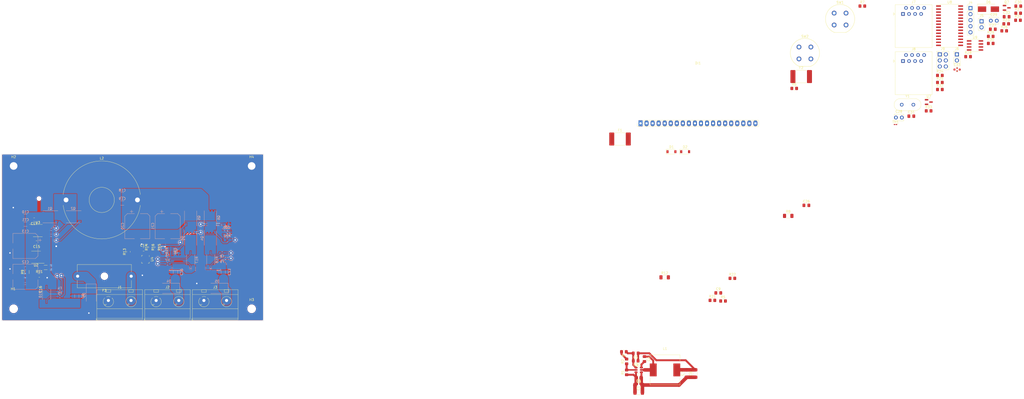
<source format=kicad_pcb>
(kicad_pcb (version 20211014) (generator pcbnew)
  (layers (0 "F.Cu" signal) (31 "B.Cu" signal) (34 "B.Paste" user) (35 "F.Paste" user) (36 "B.SilkS" user "B.Silkscreen") (37 "F.SilkS" user "F.Silkscreen") (38 "B.Mask" user) (39 "F.Mask" user) (44 "Edge.Cuts" user))
  (net 0 "")
  (net 1 "Net-(C1-Pad1)")
  (net 2 "GND")
  (net 3 "Net-(C4-Pad1)")
  (net 4 "Net-(C4-Pad2)")
  (net 5 "+5V")
  (net 6 "Net-(C5-Pad2)")
  (net 7 "/DC-DC/SOLAR+")
  (net 8 "Net-(C8-Pad3)")
  (net 9 "/DC-DC/SOLAR_PWR")
  (net 10 "/DC-DC/+7V")
  (net 11 "Net-(C17-Pad1)")
  (net 12 "Net-(C17-Pad2)")
  (net 13 "Net-(C18-Pad1)")
  (net 14 "Net-(C22-Pad1)")
  (net 15 "/DC-DC/BATT2+")
  (net 16 "Net-(C23-Pad1)")
  (net 17 "/DC-DC/BATT1+")
  (net 18 "/DC-DC/PWM_V")
  (net 19 "/logic_canbus/MCLR")
  (net 20 "/logic_canbus/CANGND")
  (net 21 "/logic_canbus/+12CAN")
  (net 22 "Net-(D1-Pad2)")
  (net 23 "Net-(D2-Pad2)")
  (net 25 "/DC-DC/SCL")
  (net 26 "/DC-DC/SDA")
  (net 28 "/logic_canbus/~{RST_DISP}")
  (net 32 "/logic_canbus/CAN_PWR")
  (net 33 "Net-(F3-Pad1)")
  (net 34 "Net-(F4-Pad1)")
  (net 35 "Net-(F4-Pad2)")
  (net 36 "Net-(F5-Pad1)")
  (net 37 "Net-(F5-Pad2)")
  (net 38 "Net-(F6-Pad1)")
  (net 39 "Net-(F6-Pad2)")
  (net 40 "Net-(F7-Pad1)")
  (net 41 "Net-(F7-Pad2)")
  (net 42 "Net-(F8-Pad1)")
  (net 43 "Net-(F8-Pad2)")
  (net 44 "Net-(F9-Pad1)")
  (net 45 "Net-(F9-Pad2)")
  (net 46 "/logic_canbus/PGD")
  (net 47 "/logic_canbus/PGC")
  (net 48 "/logic_canbus/CANH")
  (net 49 "/logic_canbus/CANL")
  (net 50 "Net-(J7-Pad7)")
  (net 51 "Net-(J7-Pad8)")
  (net 52 "Net-(J9-Pad5)")
  (net 53 "Net-(J9-Pad6)")
  (net 54 "Net-(Q1-Pad4)")
  (net 55 "Net-(Q2-Pad4)")
  (net 56 "Net-(Q3-Pad4)")
  (net 57 "Net-(Q3-Pad5)")
  (net 58 "Net-(Q4-Pad4)")
  (net 59 "Net-(Q4-Pad5)")
  (net 60 "/DC-DC/BATT2_ON")
  (net 61 "/DC-DC/BATT1_ON")
  (net 62 "/logic_canbus/!CANOK")
  (net 63 "Net-(R1-Pad2)")
  (net 64 "/logic_canbus/BTN_IN")
  (net 65 "Net-(R6-Pad2)")
  (net 66 "Net-(R7-Pad2)")
  (net 67 "/DC-DC/PWM_OK")
  (net 68 "Net-(R11-Pad1)")
  (net 69 "/DC-DC/PWM_OFF")
  (net 70 "Net-(R13-Pad1)")
  (net 71 "/DC-DC/AL1")
  (net 72 "/DC-DC/~{PAC_DOWN}")
  (net 73 "/DC-DC/AL2")
  (net 74 "/DC-DC/PWM")
  (net 81 "/logic_canbus/CANTX")
  (net 82 "/logic_canbus/CANRX")
  (net 83 "Net-(C24-Pad1)")
  (net 84 "Net-(C25-Pad1)")
  (net 85 "Net-(C27-Pad2)")
  (net 86 "Net-(C28-Pad1)")
  (net 87 "Net-(C29-Pad1)")
  (net 88 "Net-(C33-Pad1)")
  (net 89 "Net-(R19-Pad2)")
  (net 90 "Net-(R20-Pad2)")
  (net 91 "Net-(R23-Pad2)")
  (net 92 "Net-(R27-Pad2)")
  (net 93 "Net-(R28-Pad2)")
  (footprint "Capacitor_SMD:C_0805_2012Metric_Pad1.18x1.45mm_HandSolder" (layer "F.Cu") (at 317.627 173.863 180)
    (fp_text reference "C3")
    (fp_text value "100nF50V")
  )
  (footprint "Resistor_SMD:R_1206_3216Metric_Pad1.30x1.75mm_HandSolder" (layer "F.Cu") (at 60.579 129.54 90)
    (fp_text reference "R9")
    (fp_text value "56k")
  )
  (footprint "MountingHole:MountingHole_3.2mm_M3_DIN965" (layer "F.Cu") (at 155 145)
    (fp_text reference "H3")
    (fp_text value "MountingHole")
  )
  (footprint "Capacitor_SMD:C_1206_3216Metric_Pad1.33x1.80mm_HandSolder" (layer "F.Cu") (at 68.453 127.635 180)
    (fp_text reference "C16")
    (fp_text value "22µ")
  )
  (footprint "Resistor_SMD:R_0805_2012Metric_Pad1.20x1.40mm_HandSolder" (layer "F.Cu") (at 444.16 52.87)
    (fp_text reference "R32")
    (fp_text value "100K")
  )
  (footprint "Resistor_SMD:R_0805_2012Metric_Pad1.20x1.40mm_HandSolder" (layer "F.Cu") (at 356.98 132.21)
    (fp_text reference "R22")
    (fp_text value "22k")
  )
  (footprint "Resistor_SMD:R_0805_2012Metric_Pad1.20x1.40mm_HandSolder" (layer "F.Cu") (at 471.18 28.23)
    (fp_text reference "R26")
    (fp_text value "10K")
  )
  (footprint "Package_SO:SOIC-8_3.9x4.9mm_P1.27mm" (layer "F.Cu") (at 65.151 112.141)
    (fp_text reference "U3")
    (fp_text value "NCP5901B")
  )
  (footprint "Capacitor_SMD:C_0805_2012Metric_Pad1.18x1.45mm_HandSolder" (layer "F.Cu") (at 316.357 163.703 180)
    (fp_text reference "C5")
    (fp_text value "100p")
  )
  (footprint "Connector_PinHeader_2.54mm:PinHeader_1x02_P2.54mm_Vertical" (layer "F.Cu") (at 461.67 24.22)
    (fp_text reference "J5")
    (fp_text value "CANPWR")
  )
  (footprint "Package_SO:SOIC-28W_7.5x17.9mm_P1.27mm" (layer "F.Cu") (at 448.24 26.07)
    (fp_text reference "U8")
    (fp_text value "PIC18F27Q84")
  )
  (footprint "Fuse:Fuse_2920_7451Metric_Pad2.10x5.45mm_HandSolder" (layer "F.Cu") (at 385.89 47.44)
    (fp_text reference "F2")
    (fp_text value "MC011014")
  )
  (footprint "Capacitor_SMD:C_0805_2012Metric_Pad1.18x1.45mm_HandSolder" (layer "F.Cu") (at 64.643 117.221 180)
    (fp_text reference "C15")
    (fp_text value "100nF")
  )
  (footprint "Resistor_SMD:R_0805_2012Metric_Pad1.20x1.40mm_HandSolder" (layer "F.Cu") (at 353.06 141.732)
    (fp_text reference "R5")
    (fp_text value "47k")
  )
  (footprint "TerminalBlock_MetzConnect:TerminalBlock_MetzConnect_Type703_RT10N02HGLU_1x02_P9.52mm_Horizontal" (layer "F.Cu") (at 114.874 141.506)
    (fp_text reference "J2")
    (fp_text value "BATT2")
  )
  (footprint "Diode_SMD:D_SMB_Handsoldering" (layer "F.Cu") (at 464.57 19.12)
    (fp_text reference "D6")
    (fp_text value "SMBJ16A")
  )
  (footprint "Capacitor_SMD:C_1206_3216Metric_Pad1.33x1.80mm_HandSolder" (layer "F.Cu") (at 341.376 172.212 90)
    (fp_text reference "C6")
    (fp_text value "22µ")
  )
  (footprint "Fuse:Fuseholder_Cylinder-5x20mm_Schurter_0031_8201_Horizontal_Open" (layer "F.Cu") (at 104.394 131.318 180)
    (fp_text reference "F3")
    (fp_text value "10A")
  )
  (footprint "Capacitor_THT:C_Disc_D3.8mm_W2.6mm_P2.50mm" (layer "F.Cu") (at 465.57 23.97)
    (fp_text reference "C29")
    (fp_text value "22pF")
  )
  (footprint "Resistor_SMD:R_0805_2012Metric_Pad1.20x1.40mm_HandSolder" (layer "F.Cu") (at 311.404 163.068 180)
    (fp_text reference "R4")
    (fp_text value "30k")
  )
  (footprint "LCDdisplays.mod:MCOB128064JX" (layer "F.Cu") (at 342.525 39.005)
    (fp_text reference "DI1")
    (fp_text value "MCOB128064JX")
  )
  (footprint "Diode_SMD:D_SOD-123" (layer "F.Cu") (at 331.38 79)
    (fp_text reference "D1")
    (fp_text value "PMEG4005")
  )
  (footprint "Capacitor_SMD:C_0805_2012Metric_Pad1.18x1.45mm_HandSolder" (layer "F.Cu") (at 477.09 17.85)
    (fp_text reference "C30")
    (fp_text value "100nF")
  )
  (footprint "Package_TO_SOT_SMD:SOT-23" (layer "F.Cu") (at 472.24 18.57)
    (fp_text reference "Q7")
    (fp_text value "BSS123")
  )
  (footprint "Resistor_SMD:R_0805_2012Metric_Pad1.20x1.40mm_HandSolder" (layer "F.Cu") (at 117.856 119.126 90)
    (fp_text reference "R15")
    (fp_text value "10K")
  )
  (footprint "Capacitor_SMD:C_0805_2012Metric_Pad1.18x1.45mm_HandSolder" (layer "F.Cu") (at 351.06 138.34)
    (fp_text reference "C9")
    (fp_text value "100nF50V")
  )
  (footprint "Capacitor_SMD:C_0805_2012Metric_Pad1.18x1.45mm_HandSolder" (layer "F.Cu") (at 472.2 22.3)
    (fp_text reference "C32")
    (fp_text value "100nF")
  )
  (footprint "Diode_SMD:D_SOD-123" (layer "F.Cu") (at 337.13 79)
    (fp_text reference "D2")
    (fp_text value "PMEG4005")
  )
  (footprint "Resistor_SMD:R_0805_2012Metric_Pad1.20x1.40mm_HandSolder" (layer "F.Cu") (at 312.547 167.132 90)
    (fp_text reference "R2")
    (fp_text value "30k")
  )
  (footprint "TerminalBlock_MetzConnect:TerminalBlock_MetzConnect_Type703_RT10N02HGLU_1x02_P9.52mm_Horizontal" (layer "F.Cu") (at 134.94 141.506)
    (fp_text reference "J3")
    (fp_text value "BATT1")
  )
  (footprint "Crystal:Crystal_HC18-U_Vertical" (layer "F.Cu") (at 428.13 59.25)
    (fp_text reference "Y1")
    (fp_text value "10Mhz")
  )
  (footprint "Resistor_SMD:R_0805_2012Metric_Pad1.20x1.40mm_HandSolder" (layer "F.Cu") (at 312.547 171.72 90)
    (fp_text reference "R1")
    (fp_text value "270k")
  )
  (footprint "Capacitor_THT:C_Disc_D3.8mm_W2.6mm_P2.50mm" (layer "F.Cu") (at 425.68 64.65)
    (fp_text reference "C28")
    (fp_text value "22pF")
  )
  (footprint "Resistor_SMD:R_0805_2012Metric_Pad1.20x1.40mm_HandSolder" (layer "F.Cu") (at 382.96 52.42)
    (fp_text reference "R6")
    (fp_text value "47k")
  )
  (footprint "Resistor_SMD:R_0805_2012Metric_Pad1.20x1.40mm_HandSolder" (layer "F.Cu") (at 472.02 25.28)
    (fp_text reference "R23")
    (fp_text value "10K")
  )
  (footprint "local:VQFN-16-1EP_3x3mm_P0.5mm_EP1.1x1.1mm" (layer "F.Cu") (at 110.363 124.206 -90)
    (fp_text reference "U4")
    (fp_text value "PAC1953-1")
  )
  (footprint "Resistor_SMD:R_0805_2012Metric_Pad1.20x1.40mm_HandSolder" (layer "F.Cu") (at 465.52 33.52)
    (fp_text reference "R30")
    (fp_text value "4K7")
  )
  (footprint "Capacitor_SMD:C_0805_2012Metric_Pad1.18x1.45mm_HandSolder" (layer "F.Cu") (at 320.04 166.116 -90)
    (fp_text reference "C4")
    (fp_text value "100nF50V")
  )
  (footprint "Resistor_SMD:R_0805_2012Metric_Pad1.20x1.40mm_HandSolder" (layer "F.Cu") (at 316.357 166.878 180)
    (fp_text reference "R3")
    (fp_text value "157k")
  )
  (footprint "Capacitor_SMD:C_0805_2012Metric_Pad1.18x1.45mm_HandSolder" (layer "F.Cu") (at 466.4 27.55)
    (fp_text reference "C27")
    (fp_text value "100nF")
  )
  (footprint "Resistor_SMD:R_0805_2012Metric_Pad1.20x1.40mm_HandSolder" (layer "F.Cu") (at 65.786 131.064)
    (fp_text reference "R11")
    (fp_text value "270k")
  )
  (footprint "Inductor_THT:L_Toroid_Horizontal_D32.5mm_P30.00mm_Bourns_2300" (layer "F.Cu") (at 77.028 99.27)
    (fp_text reference "L2")
    (fp_text value "22µH")
  )
  (footprint "local:C_filter_0805" (layer "F.Cu") (at 451.39 44.5)
    (fp_text reference "C33")
    (fp_text value "100nF")
  )
  (footprint "Connector_RJ:RJ45_Amphenol_54602-x08_Horizontal" (layer "F.Cu") (at 428.665 40.93)
    (fp_text reference "J8")
    (fp_text value "RJ45")
  )
  (footprint "Package_TO_SOT_SMD:SOT-23" (layer "F.Cu") (at 439.5 58.15)
    (fp_text reference "U7")
    (fp_text value "2.048V")
  )
  (footprint "Capacitor_SMD:C_0805_2012Metric_Pad1.18x1.45mm_HandSolder" (layer "F.Cu") (at 109.601 120.015)
    (fp_text reference "C14")
    (fp_text value "100nF")
  )
  (footprint "Resistor_SMD:R_0805_2012Metric_Pad1.20x1.40mm_HandSolder" (layer "F.Cu") (at 411.58 17.82)
    (fp_text reference "R7")
    (fp_text value " 22k")
  )
  (footprint "Fuse:Fuse_2920_7451Metric_Pad2.10x5.45mm_HandSolder" (layer "F.Cu") (at 309.77 73.68)
    (fp_text reference "F1")
    (fp_text value "MC011014")
  )
  (footprint "Button_Switch_THT:Push_E-Switch_KS01Q01" (layer "F.Cu") (at 384.962515 35.022515)
    (fp_text reference "SW2")
    (fp_text value "select")
  )
  (footprint "Capacitor_SMD:C_0805_2012Metric_Pad1.18x1.45mm_HandSolder" (layer "F.Cu") (at 63.627 107.569 180)
    (fp_text reference "C17")
    (fp_text value "100nF")
  )
  (footprint "Resistor_SMD:R_0805_2012Metric_Pad1.20x1.40mm_HandSolder" (layer "F.Cu") (at 115.189 119.126 90)
    (fp_text reference "R16")
    (fp_text value "10K")
  )
  (footprint "MountingHole:MountingHole_3.2mm_M3_DIN965" (layer "F.Cu") (at 55 85)
    (fp_text reference "H2")
    (fp_text value "MountingHole")
  )
  (footprint "TerminalBlock_MetzConnect:TerminalBlock_MetzConnect_Type703_RT10N02HGLU_1x02_P9.52mm_Horizontal" (layer "F.Cu") (at 94.808 141.506)
    (fp_text reference "J1")
    (fp_text value "SOLAR_IN")
  )
  (footprint "Resistor_SMD:R_0201_0603Metric_Pad0.64x0.40mm_HandSolder" (layer "F.Cu") (at 425.51 67.6)
    (fp_text reference "TH1")
    (fp_text value "NTC10K")
  )
  (footprint "Package_TO_SOT_SMD:TSOT-23-6" (layer "F.Cu") (at 317.627 170.688)
    (fp_text reference "U1")
    (fp_text value "AP63200WU")
  )
  (footprint "Inductor_SMD:L_12x12mm_H4.5mm" (layer "F.Cu") (at 328.676 170.688)
    (fp_text reference "L1")
    (fp_text value "10µH")
  )
  (footprint "MountingHole:MountingHole_3.2mm_M3_DIN965" (layer "F.Cu") (at 55 145)
    (fp_text reference "H1")
    (fp_text value "MountingHole")
  )
  (footprint "Resistor_SMD:R_0805_2012Metric_Pad1.20x1.40mm_HandSolder" (layer "F.Cu") (at 348.59 141.47)
    (fp_text reference "R21")
    (fp_text value "157k")
  )
  (footprint "Resistor_SMD:R_1206_3216Metric_Pad1.30x1.75mm_HandSolder" (layer "F.Cu") (at 380.44 105.98)
    (fp_text reference "R8")
    (fp_text value "56K")
  )
  (footprint "Capacitor_SMD:C_0805_2012Metric_Pad1.18x1.45mm_HandSolder" (layer "F.Cu") (at 432.16 64.08)
    (fp_text reference "C31")
    (fp_text value "100nF")
  )
  (footprint "Package_SO:SOIC-8_3.9x4.9mm_P1.27mm" (layer "F.Cu") (at 458.92 34.37)
    (fp_text reference "U9")
    (fp_text value "TLE9250VSJXUMA1")
  )
  (footprint "Resistor_SMD:R_0805_2012Metric_Pad1.20x1.40mm_HandSolder" (layer "F.Cu") (at 477.06 20.83)
    (fp_text reference "R27")
    (fp_text value "10K")
  )
  (footprint "Capacitor_SMD:C_0805_2012Metric_Pad1.18x1.45mm_HandSolder" (layer "F.Cu") (at 388.07 101.55)
    (fp_text reference "C26")
    (fp_text value "100nF")
  )
  (footprint "Resistor_SMD:R_0805_2012Metric_Pad1.20x1.40mm_HandSolder" (layer "F.Cu") (at 112.522 119.126 90)
    (fp_text reference "R14")
    (fp_text value "10K")
  )
  (footprint "Resistor_SMD:R_0805_2012Metric_Pad1.20x1.40mm_HandSolder" (layer "F.Cu") (at 444.16 49.92)
    (fp_text reference "R25")
    (fp_text value "10K")
  )
  (footprint "Connector_RJ:RJ45_Amphenol_54602-x08_Horizontal" (layer "F.Cu") (at 428.665 21.14)
    (fp_text reference "J7")
    (fp_text value "RJ45")
  )
  (footprint "Capacitor_SMD:C_1206_3216Metric_Pad1.33x1.80mm_HandSolder" (layer "F.Cu") (at 317.627 180.213)
    (fp_text reference "C2")
    (fp_text value "4.7µ50V")
  )
  (footprint "Package_SO:SOIC-8_3.9x4.9mm_P1.27mm" (layer "F.Cu") (at 64.421 123.317 180)
    (fp_text reference "U2")
    (fp_text value "LP4951C")
  )
  (footprint "Connector_PinHeader_2.54mm:PinHeader_1x05_P2.54mm_Vertical" (layer "F.Cu") (at 457.02 18.67)
    (fp_text reference "J4")
    (fp_text value "Conn_01x05_Male")
  )
  (footprint "Capacitor_SMD:C_1206_3216Metric_Pad1.33x1.80mm_HandSolder" (layer "F.Cu") (at 337.82 172.212 90)
    (fp_text reference "C7")
    (fp_text value "22µ")
  )
  (footprint "Connector_PinHeader_2.54mm:PinHeader_1x02_P2.54mm_Vertical" (layer "F.Cu") (at 451.31 38.12)
    (fp_text reference "J6")
    (fp_text value "CANGND")
  )
  (footprint "Resistor_SMD:R_0805_2012Metric_Pad1.20x1.40mm_HandSolder" (layer "F.Cu") (at 439.43 61.85)
    (fp_text reference "R33")
    (fp_text value "100")
  )
  (footprint "Resistor_SMD:R_0805_2012Metric_Pad1.20x1.40mm_HandSolder" (layer "F.Cu") (at 444.16 46.97)
    (fp_text reference "R24")
    (fp_text value "10K")
  )
  (footprint "Resistor_SMD:R_0805_2012Metric_Pad1.20x1.40mm_HandSolder" (layer "F.Cu") (at 465.52 30.57)
    (fp_text reference "R29")
    (fp_text value "4K7")
  )
  (footprint "Resistor_SMD:R_0805_2012Metric_Pad1.20x1.40mm_HandSolder" (layer "F.Cu") (at 456.01 39.07)
    (fp_text reference "R28")
    (fp_text value "10K")
  )
  (footprint "Capacitor_SMD:C_1206_3216Metric_Pad1.33x1.80mm_HandSolder" (layer "F.Cu") (at 317.627 177.038)
    (fp_text reference "C1")
    (fp_text value "4.7µ50V")
  )
  (footprint "Resistor_SMD:R_1206_3216Metric_Pad1.30x1.75mm_HandSolder" (layer "F.Cu") (at 328.53 131.79)
    (fp_text reference "R12")
    (fp_text value "56K")
  )
  (footprint "Button_Switch_THT:Push_E-Switch_KS01Q01" (layer "F.Cu") (at 399.732515 20.772515)
    (fp_text reference "SW1")
    (fp_text value "next")
  )
  (footprint "Resistor_SMD:R_0805_2012Metric_Pad1.20x1.40mm_HandSolder" (layer "F.Cu") (at 103.251 121.031 90)
    (fp_text reference "R13")
    (fp_text value "10K")
  )
  (footprint "Connector_PinHeader_2.54mm:PinHeader_2x03_P2.54mm_Vertical" (layer "F.Cu") (at 444.11 38.12)
    (fp_text reference "J9")
    (fp_text value "Conn_02x03_Odd_Even")
  )
  (footprint "Resistor_SMD:R_0805_2012Metric_Pad1.20x1.40mm_HandSolder" (layer "F.Cu") (at 476.98 23.78)
    (fp_text reference "R31")
    (fp_text value "10K")
  )
  (footprint "MountingHole:MountingHole_3.2mm_M3_DIN965" (layer "F.Cu") (at 155 85)
    (fp_text reference "H4")
    (fp_text value "MountingHole")
  )
  (footprint "Package_SO:PowerPAK_SO-8_Single" (layer "B.Cu") (at 129.352 115.3935 -90)
    (fp_text reference "Q3")
    (fp_text value " SI7149ADP")
  )
  (footprint "Capacitor_SMD:C_0603_1608Metric_Pad1.08x0.95mm_HandSolder" (layer "B.Cu") (at 144.526 109.474)
    (fp_text reference "C25")
    (fp_text value "100nF")
  )
  (footprint "Package_TO_SOT_SMD:TSOT-23-5" (layer "B.Cu") (at 121.031 120.777 90)
    (fp_text reference "U5")
    (fp_text value "DGD0215")
  )
  (footprint "Package_SO:PowerPAK_SO-8_Single" (layer "B.Cu") (at 137.668 106.752 90)
    (fp_text reference "Q6")
    (fp_text value " SI7149ADP")
  )
  (footprint "Package_SO:PowerPAK_SO-8_Single" (layer "B.Cu") (at 70.214 106.359999 180)
    (fp_text reference "Q1")
    (fp_text value "SIR164ADP")
  )
  (footprint "Resistor_SMD:R_0603_1608Metric_Pad0.98x0.95mm_HandSolder" (layer "B.Cu") (at 74.422 137.795 180)
    (fp_text reference "F4")
    (fp_text value " MC011422")
  )
  (footprint "Diode_SMD:D_SMB_Handsoldering" (layer "B.Cu") (at 87.63 139.192 -90)
    (fp_text reference "D3")
    (fp_text value "SMBJ28A")
  )
  (footprint "Capacitor_SMD:CP_Elec_10x12.6" (layer "B.Cu") (at 107 110.264 -90)
    (fp_text reference "C20")
    (fp_text value "330µ35V")
  )
  (footprint "Capacitor_SMD:C_1206_3216Metric_Pad1.33x1.80mm_HandSolder" (layer "B.Cu") (at 100.65 97.056 180)
    (fp_text reference "C18")
    (fp_text value "100nF")
  )
  (footprint "Capacitor_SMD:CP_Elec_10x12.6" (layer "B.Cu") (at 119.7 110.264 -90)
    (fp_text reference "C21")
    (fp_text value "330µ35V")
  )
  (footprint "Capacitor_SMD:CP_Elec_10x12.6" (layer "B.Cu") (at 59.976 131.572 180)
    (fp_text reference "C12")
    (fp_text value "330µ35V")
  )
  (footprint "Resistor_SMD:R_0805_2012Metric_Pad1.20x1.40mm_HandSolder" (layer "B.Cu") (at 117.729 120.523 90)
    (fp_text reference "R19")
    (fp_text value "10")
  )
  (footprint "Package_SO:PowerPAK_SO-8_Single" (layer "B.Cu") (at 80.01 106.359999 180)
    (fp_text reference "Q2")
    (fp_text value "SIR164ADP")
  )
  (footprint "Package_TO_SOT_SMD:TSOT-23-5" (layer "B.Cu") (at 144.526 112.776 180)
    (fp_text reference "U6")
    (fp_text value "DGD0215")
  )
  (footprint "Resistor_SMD:R_0603_1608Metric_Pad0.98x0.95mm_HandSolder" (layer "B.Cu") (at 142.621 123.825)
    (fp_text reference "F9")
    (fp_text value " MC011422")
  )
  (footprint "Package_SO:PowerPAK_SO-8_Single" (layer "B.Cu") (at 129.352 106.807 90)
    (fp_text reference "Q5")
    (fp_text value " SI7149ADP")
  )
  (footprint "Resistor_SMD:R_0603_1608Metric_Pad0.98x0.95mm_HandSolder" (layer "B.Cu") (at 74.422 139.827 180)
    (fp_text reference "F5")
    (fp_text value " MC011422")
  )
  (footprint "Capacitor_SMD:C_1206_3216Metric_Pad1.33x1.80mm_HandSolder" (layer "B.Cu") (at 59.9825 106.172 180)
    (fp_text reference "C10")
    (fp_text value "4.7µ50V")
  )
  (footprint "Capacitor_SMD:C_1206_3216Metric_Pad1.33x1.80mm_HandSolder" (layer "B.Cu") (at 59.9825 109.474 180)
    (fp_text reference "C11")
    (fp_text value "4.7µ50V")
  )
  (footprint "local:R-Shunt_2512_6332Metric_Pad1.40x3.35mm_HandSolder" (layer "B.Cu") (at 137.795 124.405 90)
    (fp_text reference "R18")
    (fp_text value "0.002")
  )
  (footprint "local:C_filter_1206" (layer "B.Cu") (at 81.534 139.7 90)
    (fp_text reference "C8")
    (fp_text value "YFF31HC")
  )
  (footprint "Resistor_SMD:R_0805_2012Metric_Pad1.20x1.40mm_HandSolder" (layer "B.Cu") (at 144.78 116.078 180)
    (fp_text reference "R20")
    (fp_text value "10")
  )
  (footprint "Resistor_SMD:R_0603_1608Metric_Pad0.98x0.95mm_HandSolder" (layer "B.Cu") (at 119.634 124.079 180)
    (fp_text reference "F6")
    (fp_text value " MC011422")
  )
  (footprint "local:R-Shunt_2512_6332Metric_Pad1.40x3.35mm_HandSolder" (layer "B.Cu") (at 68.834 138.938 -90)
    (fp_text reference "R10")
    (fp_text value "0.002")
  )
  (footprint "Capacitor_SMD:C_1206_3216Metric_Pad1.33x1.80mm_HandSolder" (layer "B.Cu") (at 100.65 100.612 180)
    (fp_text reference "C19")
    (fp_text value "10µ25V")
  )
  (footprint "local:R-Shunt_2512_6332Metric_Pad1.40x3.35mm_HandSolder" (layer "B.Cu") (at 129.352 124.46 90)
    (fp_text reference "R17")
    (fp_text value "0.002")
  )
  (footprint "Diode_SMD:D_SMB_Handsoldering" (layer "B.Cu") (at 120.208 136.426 180)
    (fp_text reference "D4")
    (fp_text value "SMBJ16A")
  )
  (footprint "local:C_filter_1206" (layer "B.Cu") (at 143.068 129.568 90)
    (fp_text reference "C23")
    (fp_text value "YFF31HC")
  )
  (footprint "Capacitor_SMD:C_0603_1608Metric_Pad1.08x0.95mm_HandSolder" (layer "B.Cu") (at 124.333 120.777 -90)
    (fp_text reference "C24")
    (fp_text value "100nF")
  )
  (footprint "local:C_filter_1206" (layer "B.Cu") (at 123.002 129.568 90)
    (fp_text reference "C22")
    (fp_text value "YFF31HC")
  )
  (footprint "Resistor_SMD:R_0603_1608Metric_Pad0.98x0.95mm_HandSolder" (layer "B.Cu") (at 142.621 121.539)
    (fp_text reference "F8")
    (fp_text value " MC011422")
  )
  (footprint "Package_SO:PowerPAK_SO-8_Single" (layer "B.Cu") (at 137.668 115.388 -90)
    (fp_text reference "Q4")
    (fp_text value " SI7149ADP")
  )
  (footprint "Diode_SMD:D_SMB_Handsoldering" (layer "B.Cu") (at 140.528 136.426 180)
    (fp_text reference "D5")
    (fp_text value "SMBJ16A")
  )
  (footprint "Resistor_SMD:R_0603_1608Metric_Pad0.98x0.95mm_HandSolder" (layer "B.Cu") (at 119.634 126.111 180)
    (fp_text reference "F7")
    (fp_text value " MC011422")
  )
  (footprint "Capacitor_SMD:CP_Elec_10x12.6" (layer "B.Cu") (at 59.976 118.618 180)
    (fp_text reference "C13")
    (fp_text value "330µ35V")
  )
  (gr_rect (start 50 80) (end 160 150) (layer "Edge.Cuts") (width 0.1) (fill none))
  (segment (start 315.4465 172.72) (end 316.5895 173.863) (width 0.8) (layer "F.Cu") (net 1))
  (segment (start 312.547 172.72) (end 315.4465 172.72) (width 0.8) (layer "F.Cu") (net 1))
  (segment (start 316.4895 173.763) (end 316.5895 173.863) (width 0.8) (layer "F.Cu") (net 1))
  (segment (start 316.0645 177.038) (end 316.0645 180.213) (width 1.5) (layer "F.Cu") (net 1))
  (segment (start 316.5895 173.863) (end 316.5895 176.513) (width 1.5) (layer "F.Cu") (net 1))
  (segment (start 316.5895 176.513) (end 316.0645 177.038) (width 1.5) (layer "F.Cu") (net 1))
  (segment (start 316.4895 171.638) (end 316.4895 173.763) (width 0.8) (layer "F.Cu") (net 1))
  (segment (start 319.1895 177.038) (end 319.1895 180.213) (width 1.5) (layer "F.Cu") (net 2))
  (segment (start 310.404 163.989) (end 310.404 163.068) (width 0.8) (layer "F.Cu") (net 2))
  (segment (start 318.6645 173.863) (end 318.6645 176.513) (width 1.5) (layer "F.Cu") (net 2))
  (segment (start 109.613 125.6435) (end 109.613 130.417) (width 0.25) (layer "F.Cu") (net 2))
  (segment (start 110.113 125.6435) (end 110.113 126.361) (width 0.25) (layer "F.Cu") (net 2))
  (segment (start 110.113 124.456) (end 110.363 124.206) (width 0.25) (layer "F.Cu") (net 2))
  (segment (start 334.5565 177.038) (end 337.82 173.7745) (width 1.5) (layer "F.Cu") (net 2))
  (segment (start 312.547 166.132) (end 310.404 163.989) (width 0.8) (layer "F.Cu") (net 2))
  (segment (start 341.376 173.7745) (end 337.82 173.7745) (width 1.5) (layer "F.Cu") (net 2))
  (segment (start 318.7645 173.763) (end 318.6645 173.863) (width 0.8) (layer "F.Cu") (net 2))
  (segment (start 110.113 125.6435) (end 110.113 124.456) (width 0.25) (layer "F.Cu") (net 2))
  (segment (start 318.7645 171.638) (end 318.7645 173.763) (width 0.8) (layer "F.Cu") (net 2))
  (segment (start 110.113 122.7685) (end 110.113 123.956) (width 0.25) (layer "F.Cu") (net 2))
  (segment (start 109.613 130.417) (end 109.093 130.937) (width 0.25) (layer "F.Cu") (net 2))
  (segment (start 319.1895 177.038) (end 334.5565 177.038) (width 1.5) (layer "F.Cu") (net 2))
  (segment (start 109.613 125.6435) (end 110.113 125.6435) (width 0.25) (layer "F.Cu") (net 2))
  (segment (start 110.113 123.956) (end 110.363 124.206) (width 0.25) (layer "F.Cu") (net 2))
  (segment (start 318.6645 176.513) (end 319.1895 177.038) (width 1.5) (layer "F.Cu") (net 2))
  (segment (start 110.113 126.361) (end 109.728 126.746) (width 0.25) (layer "F.Cu") (net 2))
  (segment (start 110.113 121.5645) (end 108.5635 120.015) (width 0.25) (layer "F.Cu") (net 2))
  (segment (start 110.113 122.7685) (end 110.113 121.5645) (width 0.25) (layer "F.Cu") (net 2))
  (via (at 53.467 121.539) (size 1.6) (drill 0.6) (layers "F.Cu" "B.Cu") (net 2))
  (via (at 53.467 128.27) (size 1.6) (drill 0.6) (layers "F.Cu" "B.Cu") (net 2))
  (via (at 72.898 118.745) (size 1.6) (drill 0.6) (layers "F.Cu" "B.Cu") (net 2))
  (via (at 72.898 118.745) (size 1.6) (drill 0.6) (layers "F.Cu" "B.Cu") (net 2))
  (via (at 108.839 117.856) (size 1.6) (drill 0.6) (layers "F.Cu" "B.Cu") (net 2))
  (via (at 109.093 130.937) (size 1.6) (drill 0.6) (layers "F.Cu" "B.Cu") (net 2))
  (via (at 72.898 118.745) (size 1.6) (drill 0.6) (layers "F.Cu" "B.Cu") (net 2))
  (via (at 54.864 102.489) (size 1.6) (drill 0.6) (layers "F.Cu" "B.Cu") (net 2))
  (via (at 86.614 146.812) (size 1.6) (drill 0.6) (layers "F.Cu" "B.Cu") (net 2))
  (via (at 72.898 118.745) (size 1.6) (drill 0.6) (layers "F.Cu" "B.Cu") (net 2))
  (via (at 131.953 134.366) (size 1.6) (drill 0.6) (layers "F.Cu" "B.Cu") (net 2))
  (via (at 72.898 118.745) (size 1.6) (drill 0.6) (layers "F.Cu" "B.Cu") (net 2))
  (segment (start 323.726 170.688) (end 320.04 170.688) (width 1.5) (layer "F.Cu") (net 3))
  (segment (start 323.726 166.754) (end 323.726 170.688) (width 0.8) (layer "F.Cu") (net 3))
  (segment (start 320.04 165.0785) (end 320.0615 165.1) (width 0.8) (layer "F.Cu") (net 3))
  (segment (start 318.7645 170.688) (end 320.04 170.688) (width 0.6) (layer "F.Cu") (net 3))
  (segment (start 322.072 165.1) (end 323.726 166.754) (width 0.8) (layer "F.Cu") (net 3))
  (segment (start 320.0615 165.1) (end 322.072 165.1) (width 0.8) (layer "F.Cu") (net 3))
  (segment (start 318.7645 168.429) (end 320.04 167.1535) (width 0.8) (layer "F.Cu") (net 4))
  (segment (start 318.7645 169.738) (end 318.7645 168.429) (width 0.8) (layer "F.Cu") (net 4))
  (segment (start 333.6645 170.6495) (end 333.626 170.688) (width 1.5) (layer "F.Cu") (net 5))
  (segment (start 110.771 118.126) (end 110.6385 118.2585) (width 0.6) (layer "F.Cu") (net 5))
  (segment (start 112.522 118.126) (end 110.771 118.126) (width 0.6) (layer "F.Cu") (net 5))
  (segment (start 112.522 118.126) (end 115.189 118.126) (width 0.6) (layer "F.Cu") (net 5))
  (segment (start 317.3945 163.703) (end 317.3945 166.8405) (width 0.8) (layer "F.Cu") (net 5))
  (segment (start 110.6385 120.015) (end 110.6385 118.2585) (width 0.6) (layer "F.Cu") (net 5))
  (segment (start 337.3505 166.624) (end 325.010214 166.624) (width 0.8) (layer "F.Cu") (net 5))
  (segment (start 110.613 122.7685) (end 110.613 119.781) (width 0.25) (layer "F.Cu") (net 5))
  (segment (start 337.82 170.6495) (end 333.6645 170.6495) (width 1.5) (layer "F.Cu") (net 5))
  (segment (start 322.089214 163.703) (end 317.3945 163.703) (width 0.8) (layer "F.Cu") (net 5))
  (segment (start 110.613 119.781) (end 110.633 119.761) (width 0.25) (layer "F.Cu") (net 5))
  (segment (start 317.3945 166.8405) (end 317.357 166.878) (width 0.8) (layer "F.Cu") (net 5))
  (segment (start 341.376 170.6495) (end 337.82 170.6495) (width 1.5) (layer "F.Cu") (net 5))
  (segment (start 325.010214 166.624) (end 322.089214 163.703) (width 0.8) (layer "F.Cu") (net 5))
  (segment (start 341.376 170.6495) (end 337.3505 166.624) (width 0.8) (layer "F.Cu") (net 5))
  (segment (start 313.039 163.703) (end 312.404 163.068) (width 0.8) (layer "F.Cu") (net 6))
  (segment (start 315.3195 166.8405) (end 315.357 166.878) (width 0.8) (layer "F.Cu") (net 6))
  (segment (start 315.3195 163.703) (end 315.3195 166.8405) (width 0.8) (layer "F.Cu") (net 6))
  (segment (start 315.357 166.878) (end 315.357 168.6055) (width 0.8) (layer "F.Cu") (net 6))
  (segment (start 315.3195 163.703) (end 313.039 163.703) (width 0.8) (layer "F.Cu") (net 6))
  (segment (start 315.357 168.6055) (end 316.4895 169.738) (width 0.8) (layer "F.Cu") (net 6))
  (segment (start 85.217 131.318) (end 81.894 131.318) (width 4) (layer "B.Cu") (net 8))
  (segment (start 87.63 136.492) (end 87.63 133.731) (width 4) (layer "B.Cu") (net 8))
  (segment (start 87.63 133.731) (end 85.217 131.318) (width 4) (layer "B.Cu") (net 8))
  (segment (start 66.548 134.493) (end 54.737 134.493) (width 0.6) (layer "F.Cu") (net 9))
  (segment (start 54.737 134.493) (end 51.562 131.318) (width 0.6) (layer "F.Cu") (net 9))
  (segment (start 51.562 131.318) (end 51.562 126.111) (width 0.6) (layer "F.Cu") (net 9))
  (segment (start 52.451 125.222) (end 61.946 125.222) (width 0.6) (layer "F.Cu") (net 9))
  (segment (start 69.088 131.953) (end 66.548 134.493) (width 0.6) (layer "F.Cu") (net 9))
  (segment (start 51.562 126.111) (end 52.451 125.222) (width 0.6) (layer "F.Cu") (net 9))
  (via (at 69.088 131.953) (size 1.6) (drill 0.6) (layers "F.Cu" "B.Cu") (net 9))
  (segment (start 66.8905 127.635) (end 65.659 127.635) (width 0.6) (layer "F.Cu") (net 10))
  (segment (start 66.8905 130.9595) (end 66.786 131.064) (width 0.6) (layer "F.Cu") (net 10))
  (segment (start 64.389 126.365) (end 64.389 118.0045) (width 0.6) (layer "F.Cu") (net 10))
  (segment (start 65.659 127.635) (end 64.389 126.365) (width 0.6) (layer "F.Cu") (net 10))
  (segment (start 66.8905 127.635) (end 66.8905 130.9595) (width 0.6) (layer "F.Cu") (net 10))
  (segment (start 64.389 118.0045) (end 63.6055 117.221) (width 0.6) (layer "F.Cu") (net 10))
  (segment (start 63.6055 117.221) (end 63.6055 114.9755) (width 0.6) (layer "F.Cu") (net 10))
  (segment (start 63.6055 114.9755) (end 62.676 114.046) (width 0.6) (layer "F.Cu") (net 10))
  (segment (start 66.896 125.222) (end 66.896 127.6295) (width 0.6) (layer "F.Cu") (net 10))
  (segment (start 66.896 127.6295) (end 66.8905 127.635) (width 0.6) (layer "F.Cu") (net 10))
  (segment (start 64.6645 109.182881) (end 64.6645 107.569) (width 0.6) (layer "F.Cu") (net 11))
  (segment (start 67.626 111.506) (end 70.739 111.506) (width 0.6) (layer "F.Cu") (net 11))
  (segment (start 70.739 111.506) (end 72.898 113.665) (width 0.6) (layer "F.Cu") (net 11))
  (segment (start 66.987619 111.506) (end 64.6645 109.182881) (width 0.6) (layer "F.Cu") (net 11))
  (via (at 72.898 113.665) (size 1.6) (drill 0.6) (layers "F.Cu" "B.Cu") (net 11))
  (segment (start 77.215 109.348) (end 77.215 108.264999) (width 0.6) (layer "B.Cu") (net 11))
  (segment (start 72.898 113.665) (end 77.215 109.348) (width 0.6) (layer "B.Cu") (net 11))
  (segment (start 62.5895 107.569) (end 62.5895 110.1495) (width 0.6) (layer "F.Cu") (net 12))
  (segment (start 122.908 132.468) (end 123.002 132.468) (width 4) (layer "B.Cu") (net 14))
  (segment (start 122.908 136.426) (end 122.908 132.468) (width 4) (layer "B.Cu") (net 14))
  (segment (start 124.394 137.912) (end 122.908 136.426) (width 4) (layer "B.Cu") (net 14))
  (segment (start 124.394 141.506) (end 124.394 137.912) (width 4) (layer "B.Cu") (net 14))
  (segment (start 143.228 132.468) (end 143.068 132.468) (width 4) (layer "B.Cu") (net 16))
  (segment (start 143.228 136.426) (end 143.228 132.468) (width 4) (layer "B.Cu") (net 16))
  (segment (start 144.46 141.506) (end 144.46 137.658) (width 4) (layer "B.Cu") (net 16))
  (segment (start 144.46 137.658) (end 143.228 136.426) (width 4) (layer "B.Cu") (net 16))
  (segment (start 104.394 141.44) (end 104.328 141.506) (width 4) (layer "B.Cu") (net 33))
  (segment (start 104.394 131.318) (end 104.394 141.44) (width 4) (layer "B.Cu") (net 33))
  (segment (start 73.279 131.064) (end 79.985 124.358) (width 0.4) (layer "F.Cu") (net 34))
  (segment (start 79.985 124.358) (end 106.68 124.358) (width 0.4) (layer "F.Cu") (net 34))
  (segment (start 108.9025 124.433) (end 106.755 124.433) (width 0.25) (layer "F.Cu") (net 34))
  (segment (start 106.755 124.433) (end 106.68 124.358) (width 0.25) (layer "F.Cu") (net 34))
  (segment (start 108.9255 124.456) (end 108.9025 124.433) (width 0.25) (layer "F.Cu") (net 34))
  (via (at 73.279 131.064) (size 1.6) (drill 0.6) (layers "F.Cu" "B.Cu") (net 34))
  (segment (start 75.3345 137.795) (end 75.3345 133.1195) (width 0.6) (layer "B.Cu") (net 34))
  (segment (start 75.3345 133.1195) (end 73.279 131.064) (width 0.6) (layer "B.Cu") (net 34))
  (segment (start 70.061999 137.795) (end 73.5095 137.795) (width 0.4) (layer "B.Cu") (net 35))
  (segment (start 68.834 135.888) (end 68.834 136.567001) (width 0.4) (layer "B.Cu") (net 35))
  (segment (start 68.834 136.567001) (end 70.061999 137.795) (width 0.4) (layer "B.Cu") (net 35))
  (segment (start 81.184503 124.968) (end 106.68 124.968) (width 0.4) (layer "F.Cu") (net 36))
  (segment (start 75.109708 131.042795) (end 81.184503 124.968) (width 0.4) (layer "F.Cu") (net 36))
  (segment (start 106.692 124.956) (end 106.68 124.968) (width 0.25) (layer "F.Cu") (net 36))
  (segment (start 108.9255 124.956) (end 106.692 124.956) (width 0.25) (layer "F.Cu") (net 36))
  (via (at 75.109708 131.042795) (size 1.6) (drill 0.6) (layers "F.Cu" "B.Cu") (net 36))
  (segment (start 75.3345 139.827) (end 76.332 138.8295) (width 0.6) (layer "B.Cu") (net 36))
  (segment (start 76.332 132.265087) (end 75.109708 131.042795) (width 0.6) (layer "B.Cu") (net 36))
  (segment (start 76.332 138.8295) (end 76.332 132.265087) (width 0.6) (layer "B.Cu") (net 36))
  (segment (start 73.5095 139.827) (end 70.315999 139.827) (width 0.4) (layer "B.Cu") (net 37))
  (segment (start 68.834 141.308999) (end 68.834 141.988) (width 0.4) (layer "B.Cu") (net 37))
  (segment (start 70.315999 139.827) (end 68.834 141.308999) (width 0.4) (layer "B.Cu") (net 37))
  (segment (start 129.352 121.41) (end 129.352 122.089001) (width 0.4) (layer "B.Cu") (net 38))
  (segment (start 127.362001 124.079) (end 120.5465 124.079) (width 0.4) (layer "B.Cu") (net 38))
  (segment (start 129.352 122.089001) (end 127.362001 124.079) (width 0.4) (layer "B.Cu") (net 38))
  (segment (start 115.193 124.456) (end 115.57 124.079) (width 0.25) (layer "F.Cu") (net 39))
  (segment (start 111.8005 124.456) (end 115.193 124.456) (width 0.25) (layer "F.Cu") (net 39))
  (via (at 115.57 124.079) (size 1.6) (drill 0.6) (layers "F.Cu" "B.Cu") (net 39))
  (segment (start 115.57 124.079) (end 118.7215 124.079) (width 0.6) (layer "B.Cu") (net 39))
  (segment (start 129.352 126.830999) (end 128.229001 125.708) (width 0.4) (layer "B.Cu") (net 40))
  (segment (start 120.9495 125.708) (end 120.5465 126.111) (width 0.4) (layer "B.Cu") (net 40))
  (segment (start 128.229001 125.708) (end 120.9495 125.708) (width 0.4) (layer "B.Cu") (net 40))
  (segment (start 129.352 127.51) (end 129.352 126.830999) (width 0.4) (layer "B.Cu") (net 40))
  (segment (start 114.415 124.956) (end 115.57 126.111) (width 0.25) (layer "F.Cu") (net 41))
  (segment (start 111.8005 124.956) (end 114.415 124.956) (width 0.25) (layer "F.Cu") (net 41))
  (via (at 115.57 126.111) (size 1.6) (drill 0.6) (layers "F.Cu" "B.Cu") (net 41))
  (segment (start 118.7215 126.111) (end 115.57 126.111) (width 0.6) (layer "B.Cu") (net 41))
  (segment (start 137.795 121.355) (end 137.795 122.034001) (width 0.4) (layer "B.Cu") (net 42))
  (segment (start 137.795 122.034001) (end 138.225999 122.465) (width 0.4) (layer "B.Cu") (net 42))
  (segment (start 140.7825 122.465) (end 141.7085 121.539) (width 0.4) (layer "B.Cu") (net 42))
  (segment (start 138.225999 122.465) (end 140.7825 122.465) (width 0.4) (layer "B.Cu") (net 42))
  (segment (start 111.125 125.6555) (end 111.113 125.6435) (width 0.25) (layer "F.Cu") (net 43))
  (segment (start 111.125 127.127) (end 111.125 125.6555) (width 0.25) (layer "F.Cu") (net 43))
  (segment (start 111.124999 127.380999) (end 111.125 127.127) (width 0.4) (layer "F.Cu") (net 43))
  (segment (start 111.633 127.889) (end 111.124999 127.380999) (width 0.4) (layer "F.Cu") (net 43))
  (segment (start 146.304 121.539) (end 139.954 127.889) (width 0.4) (layer "F.Cu") (net 43))
  (segment (start 139.954 127.889) (end 111.633 127.889) (width 0.4) (layer "F.Cu") (net 43))
  (via (at 146.304 121.539) (size 1.6) (drill 0.6) (layers "F.Cu" "B.Cu") (net 43))
  (segment (start 143.5335 121.539) (end 146.304 121.539) (width 0.6) (layer "B.Cu") (net 43))
  (segment (start 137.795 127.455) (end 137.795 126.775999) (width 0.4) (layer "B.Cu") (net 44))
  (segment (start 137.795 126.775999) (end 140.745999 123.825) (width 0.4) (layer "B.Cu") (net 44))
  (segment (start 140.745999 123.825) (end 141.7085 123.825) (width 0.4) (layer "B.Cu") (net 44))
  (segment (start 110.613 126.488) (end 110.617 126.492) (width 0.25) (layer "F.Cu") (net 45))
  (segment (start 110.617 126.873) (end 110.514999 126.975001) (width 0.25) (layer "F.Cu") (net 45))
  (segment (start 111.887 128.524) (end 111.40533 128.524) (width 0.4) (layer "F.Cu") (net 45))
  (segment (start 110.613 125.6435) (end 110.613 126.488) (width 0.25) (layer "F.Cu") (net 45))
  (segment (start 111.40533 128.524) (end 110.514999 127.633669) (width 0.4) (layer "F.Cu") (net 45))
  (segment (start 110.514999 126.975001) (end 110.514999 127.128329) (width 0.25) (layer "F.Cu") (net 45))
  (segment (start 141.605 128.524) (end 111.887 128.524) (width 0.4) (layer "F.Cu") (net 45))
  (segment (start 146.304 123.825) (end 141.605 128.524) (width 0.4) (layer "F.Cu") (net 45))
  (segment (start 110.59 127.053328) (end 110.514999 127.128329) (width 0.25) (layer "F.Cu") (net 45))
  (segment (start 110.514999 127.633669) (end 110.514999 127.128329) (width 0.4) (layer "F.Cu") (net 45))
  (segment (start 110.617 126.492) (end 110.617 126.873) (width 0.25) (layer "F.Cu") (net 45))
  (via (at 146.304 123.825) (size 1.6) (drill 0.6) (layers "F.Cu" "B.Cu") (net 45))
  (segment (start 143.5335 123.825) (end 146.304 123.825) (width 0.6) (layer "B.Cu") (net 45))
  (segment (start 67.626 110.236) (end 72.009 110.236) (width 0.6) (layer "F.Cu") (net 54))
  (segment (start 72.009 110.236) (end 72.898 111.125) (width 0.6) (layer "F.Cu") (net 54))
  (via (at 72.898 111.125) (size 1.6) (drill 0.6) (layers "F.Cu" "B.Cu") (net 54))
  (segment (start 72.884 108.264999) (end 72.884 111.111) (width 0.6) (layer "B.Cu") (net 54))
  (segment (start 72.884 111.111) (end 72.898 111.125) (width 0.6) (layer "B.Cu") (net 54))
  (segment (start 67.626 114.046) (end 70.739 114.046) (width 0.6) (layer "F.Cu") (net 55))
  (segment (start 70.739 114.046) (end 72.898 116.205) (width 0.6) (layer "F.Cu") (net 55))
  (via (at 72.898 116.205) (size 1.6) (drill 0.6) (layers "F.Cu" "B.Cu") (net 55))
  (segment (start 82.68 108.264999) (end 74.739999 116.205) (width 0.6) (layer "B.Cu") (net 55))
  (segment (start 74.739999 116.205) (end 72.898 116.205) (width 0.6) (layer "B.Cu") (net 55))
  (segment (start 129.3735 112.776) (end 125.0555 117.094) (width 0.6) (layer "F.Cu") (net 56))
  (segment (start 133.604 112.903) (end 129.3735 112.776) (width 0.6) (layer "F.Cu") (net 56))
  (via (at 125.0555 117.094) (size 1.6) (drill 0.6) (layers "F.Cu" "B.Cu") (net 56))
  (via (at 133.604 112.903) (size 1.6) (drill 0.6) (layers "F.Cu" "B.Cu") (net 56))
  (segment (start 124.711488 118.364) (end 117.013198 118.364) (width 0.6) (layer "B.Cu") (net 56))
  (segment (start 117.013198 118.364) (end 116.519 118.858198) (width 0.6) (layer "B.Cu") (net 56))
  (segment (start 132.9165 112.7235) (end 131.257 112.7235) (width 0.6) (layer "B.Cu") (net 56))
  (segment (start 127.447 109.477) (end 127.447 109.535) (width 0.6) (layer "B.Cu") (net 56))
  (segment (start 133.604 112.903) (end 132.9165 112.7235) (width 0.6) (layer "B.Cu") (net 56))
  (segment (start 125.476 117.599488) (end 124.711488 118.364) (width 0.6) (layer "B.Cu") (net 56))
  (segment (start 116.519 120.313) (end 117.729 121.523) (width 0.6) (layer "B.Cu") (net 56))
  (segment (start 116.519 118.858198) (end 116.519 120.313) (width 0.6) (layer "B.Cu") (net 56))
  (segment (start 127.447 109.477) (end 125.476 111.448) (width 0.6) (layer "B.Cu") (net 56))
  (segment (start 125.476 111.448) (end 125.476 117.599488) (width 0.6) (layer "B.Cu") (net 56))
  (segment (start 148.082 116.078) (end 141.478 109.474) (width 0.6) (layer "F.Cu") (net 58))
  (segment (start 141.478 109.474) (end 133.604 109.474) (width 0.6) (layer "F.Cu") (net 58))
  (via (at 133.604 109.474) (size 1.6) (drill 0.6) (layers "F.Cu" "B.Cu") (net 58))
  (via (at 148.082 116.078) (size 1.6) (drill 0.6) (layers "F.Cu" "B.Cu") (net 58))
  (segment (start 139.573 112.718) (end 139.573 113.048) (width 0.6) (layer "B.Cu") (net 58))
  (segment (start 139.573 113.048) (end 142.349 115.824) (width 0.6) (layer "B.Cu") (net 58))
  (segment (start 145.78 116.078) (end 148.082 116.078) (width 0.6) (layer "B.Cu") (net 58))
  (segment (start 142.349 115.824) (end 142.349 116.521802) (width 0.6) (layer "B.Cu") (net 58))
  (segment (start 135.763 109.422) (end 133.656 109.422) (width 0.6) (layer "B.Cu") (net 58))
  (segment (start 143.115198 117.288) (end 144.57 117.288) (width 0.6) (layer "B.Cu") (net 58))
  (segment (start 133.656 109.422) (end 133.604 109.474) (width 0.6) (layer "B.Cu") (net 58))
  (segment (start 144.57 117.288) (end 145.78 116.078) (width 0.6) (layer "B.Cu") (net 58))
  (segment (start 142.349 116.521802) (end 143.115198 117.288) (width 0.6) (layer "B.Cu") (net 58))
  (segment (start 316.4895 170.688) (end 312.579 170.688) (width 0.6) (layer "F.Cu") (net 63))
  (segment (start 312.579 170.688) (end 312.547 170.72) (width 0.6) (layer "F.Cu") (net 63))
  (segment (start 312.547 168.132) (end 312.547 170.72) (width 0.8) (layer "F.Cu") (net 63))
  (segment (start 60.706 114.107619) (end 60.706 120.172) (width 0.6) (layer "F.Cu") (net 67))
  (segment (start 60.706 120.172) (end 61.946 121.412) (width 0.6) (layer "F.Cu") (net 67))
  (segment (start 62.676 112.776) (end 62.037619 112.776) (width 0.6) (layer "F.Cu") (net 67))
  (segment (start 62.037619 112.776) (end 60.706 114.107619) (width 0.6) (layer "F.Cu") (net 67))
  (segment (start 63.532 127.635) (end 63.532 129.81) (width 0.6) (layer "F.Cu") (net 68))
  (segment (start 63.532 127.635) (end 60.934 127.635) (width 0.6) (layer "F.Cu") (net 68))
  (segment (start 62.584381 123.952) (end 63.532 124.899619) (width 0.6) (layer "F.Cu") (net 68))
  (segment (start 63.532 124.899619) (end 63.532 127.635) (width 0.6) (layer "F.Cu") (net 68))
  (segment (start 63.532 129.81) (end 64.786 131.064) (width 0.6) (layer "F.Cu") (net 68))
  (segment (start 108.9255 123.956) (end 107.034604 123.956) (width 0.25) (layer "F.Cu") (net 70))
  (segment (start 106.268604 123.19) (end 105.156 123.19) (width 0.25) (layer "F.Cu") (net 70))
  (segment (start 104.41 123.19) (end 105.156 123.19) (width 0.25) (layer "F.Cu") (net 70))
  (segment (start 107.034604 123.956) (end 106.268604 123.19) (width 0.25) (layer "F.Cu") (net 70))
  (segment (start 103.251 122.031) (end 104.41 123.19) (width 0.25) (layer "F.Cu") (net 70))
  (segment (start 111.113 122.7685) (end 111.113 121.535) (width 0.25) (layer "F.Cu") (net 71))
  (segment (start 111.113 121.535) (end 112.522 120.126) (width 0.25) (layer "F.Cu") (net 71))
  (segment (start 114.554 119.126) (end 116.856 119.126) (width 0.25) (layer "F.Cu") (net 72))
  (segment (start 111.8005 123.456) (end 113.919 121.3375) (width 0.25) (layer "F.Cu") (net 72))
  (segment (start 113.919 119.761) (end 114.554 119.126) (width 0.25) (layer "F.Cu") (net 72))
  (segment (start 116.856 119.126) (end 117.856 120.126) (width 0.25) (layer "F.Cu") (net 72))
  (segment (start 113.919 121.3375) (end 113.919 119.761) (width 0.25) (layer "F.Cu") (net 72))
  (segment (start 115.189 121.06715) (end 112.30015 123.956) (width 0.25) (layer "F.Cu") (net 73))
  (segment (start 115.189 120.126) (end 115.189 121.06715) (width 0.25) (layer "F.Cu") (net 73))
  (segment (start 112.30015 123.956) (end 111.8005 123.956) (width 0.25) (layer "F.Cu") (net 73))
  (segment (start 124.333 119.888) (end 126.365 117.856) (width 0.6) (layer "B.Cu") (net 83))
  (segment (start 121.981 121.9145) (end 121.981 119.6395) (width 0.6) (layer "B.Cu") (net 83))
  (segment (start 127.447 112.7235) (end 126.365 113.8055) (width 0.6) (layer "B.Cu") (net 83))
  (segment (start 124.333 119.9145) (end 124.333 119.888) (width 0.6) (layer "B.Cu") (net 83))
  (segment (start 124.058 119.6395) (end 124.333 119.9145) (width 0.6) (layer "B.Cu") (net 83))
  (segment (start 121.981 119.6395) (end 124.058 119.6395) (width 0.6) (layer "B.Cu") (net 83))
  (segment (start 126.365 113.8055) (end 126.365 117.856) (width 0.6) (layer "B.Cu") (net 83))
  (segment (start 143.6635 109.474) (end 143.6635 111.551) (width 0.6) (layer "B.Cu") (net 84))
  (segment (start 143.3885 111.826) (end 145.6635 111.826) (width 0.6) (layer "B.Cu") (net 84))
  (segment (start 143.6635 111.551) (end 143.3885 111.826) (width 0.6) (layer "B.Cu") (net 84))
  (segment (start 143.6115 109.422) (end 143.6635 109.474) (width 0.6) (layer "B.Cu") (net 84))
  (segment (start 139.573 109.422) (end 143.6115 109.422) (width 0.6) (layer "B.Cu") (net 84))
  (segment (start 117.729 119.523) (end 119.9645 119.523) (width 0.6) (layer "B.Cu") (net 89))
  (segment (start 119.9645 119.523) (end 120.081 119.6395) (width 0.6) (layer "B.Cu") (net 89))
  (segment (start 143.3885 115.6865) (end 143.78 116.078) (width 0.6) (layer "B.Cu") (net 90))
  (segment (start 143.3885 113.726) (end 143.3885 115.6865) (width 0.6) (layer "B.Cu") (net 90))
  (zone (net 2) (net_name "GND") (layers F&B.Cu) (connect_pads (clearance 0.21)) (min_thickness 0.254) (fill yes (thermal_gap 0.508) (thermal_bridge_width 0.508) (smoothing fillet) (radius 1) (island_removal_mode 1) (island_area_min 0))
    (polygon (pts (xy 160.528 150.368) (xy 49.276 150.368) (xy 49.276 79.629) (xy 160.528 79.629)))
  )
  (zone (net 8) (net_name "Net-(C8-Pad3)") (layer "B.Cu") (priority 3) (connect_pads yes (clearance 0.21)) (min_thickness 0.254) (fill yes (thermal_gap 0.508) (thermal_bridge_width 0.508) (smoothing fillet) (radius 0.2))
    (polygon (pts (xy 89.916 138.684) (xy 79.248 138.684) (xy 79.248 134.366) (xy 89.916 134.366)))
  )
  (zone (net 13) (net_name "Net-(C18-Pad1)") (layer "B.Cu") (priority 1) (connect_pads yes (clearance 0.21)) (min_thickness 0.254) (fill yes (thermal_gap 0.21) (thermal_bridge_width 0.508) (smoothing fillet) (radius 1))
    (polygon (pts (xy 136.972 97.31) (xy 136.972 107.978) (xy 127.574 107.978) (xy 124.018 111.534) (xy 100.396 111.534) (xy 100.396 94.516) (xy 133.924 94.516)))
  )
  (zone (net 11) (net_name "Net-(C17-Pad1)") (layer "B.Cu") (priority 1) (connect_pads yes (clearance 0.21)) (min_thickness 0.254) (fill yes (thermal_gap 0.21) (thermal_bridge_width 0.508) (smoothing fillet) (radius 0.2))
    (polygon (pts (xy 71.882 107.883999) (xy 74.604 107.883999) (xy 76.128 109.407999) (xy 81.534 109.407999) (xy 81.534 96.707999) (xy 71.882 96.707999)))
  )
  (zone (net 17) (net_name "/DC-DC/BATT1+") (layer "B.Cu") (priority 2) (connect_pads yes (clearance 0.21)) (min_thickness 0.254) (fill yes (thermal_gap 0.508) (thermal_bridge_width 0.508) (smoothing fillet) (radius 0.2))
    (polygon (pts (xy 144.272 125.984) (xy 144.272 128.524) (xy 139.7 128.524) (xy 135.89 128.524) (xy 135.89 126.492) (xy 139.573 126.492) (xy 141.224 124.968) (xy 143.256 124.968)))
  )
  (zone (net 9) (net_name "/DC-DC/SOLAR_PWR") (layer "B.Cu") (priority 2) (connect_pads yes (clearance 0.21)) (min_thickness 0.254) (fill yes (thermal_gap 0.508) (thermal_bridge_width 0.508) (smoothing fillet) (radius 0.2))
    (polygon (pts (xy 71.882 110.236) (xy 70.612 111.506) (xy 70.612 129.794) (xy 73.152 132.588) (xy 73.152 136.906) (xy 59.944 136.906) (xy 59.944 104.394) (xy 71.882 104.394)))
  )
  (zone (net 84) (net_name "Net-(C25-Pad1)") (layer "B.Cu") (priority 2) (connect_pads yes (clearance 0.21)) (min_thickness 0.254) (fill yes (thermal_gap 0.508) (thermal_bridge_width 0.508) (smoothing fillet) (radius 0.2) (island_removal_mode 1) (island_area_min 0))
    (polygon (pts (xy 140.081 112.7545) (xy 135.255 112.7545) (xy 135.255 108.1825) (xy 140.081 108.1825)))
  )
  (zone (net 83) (net_name "Net-(C24-Pad1)") (layer "B.Cu") (priority 2) (connect_pads yes (clearance 0.21)) (min_thickness 0.254) (fill yes (thermal_gap 0.508) (thermal_bridge_width 0.508) (smoothing fillet) (radius 0.2) (island_removal_mode 1) (island_area_min 0))
    (polygon (pts (xy 126.939 108.1825) (xy 126.939 112.7545) (xy 131.765 112.7545) (xy 131.765 108.1825)))
  )
  (zone (net 59) (net_name "Net-(Q4-Pad5)") (layer "B.Cu") (priority 2) (connect_pads yes (clearance 0.21)) (min_thickness 0.254) (fill yes (thermal_gap 0.508) (thermal_bridge_width 0.508) (smoothing fillet) (radius 0.2))
    (polygon (pts (xy 140.081 122.301) (xy 135.255 122.301) (xy 135.255 114.046) (xy 140.081 114.046)))
  )
  (zone (net 15) (net_name "/DC-DC/BATT2+") (layer "B.Cu") (priority 2) (connect_pads yes (clearance 0.21)) (min_thickness 0.254) (fill yes (thermal_gap 0.508) (thermal_bridge_width 0.508) (smoothing fillet) (radius 0.2))
    (polygon (pts (xy 131.318 129.032) (xy 129.794 130.048) (xy 127.254 130.048) (xy 125.73 128.524) (xy 121.666 128.524) (xy 121.666 125.984) (xy 122.682 124.968) (xy 125.857 124.968) (xy 127.508 126.619) (xy 131.318 126.619)))
  )
  (zone (net 57) (net_name "Net-(Q3-Pad5)") (layer "B.Cu") (priority 2) (connect_pads yes (clearance 0.21)) (min_thickness 0.254) (fill yes (thermal_gap 0.508) (thermal_bridge_width 0.508) (smoothing fillet) (radius 0.2))
    (polygon (pts (xy 131.699 122.301) (xy 127 122.301) (xy 127 113.919) (xy 131.699 113.919)))
  )
  (zone (net 7) (net_name "/DC-DC/SOLAR+") (layer "B.Cu") (priority 2) (connect_pads yes (clearance 0.21)) (min_thickness 0.254) (fill yes (thermal_gap 0.508) (thermal_bridge_width 0.508) (smoothing fillet) (radius 0.2))
    (polygon (pts (xy 83.058 144.653) (xy 65.786 144.653) (xy 65.786 140.97) (xy 70.866 140.97) (xy 71.12 140.716) (xy 83.058 140.716)))
  )
)
</source>
